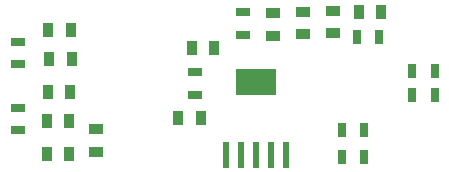
<source format=gbp>
G04*
G04 #@! TF.GenerationSoftware,Altium Limited,Altium Designer,22.7.1 (60)*
G04*
G04 Layer_Color=128*
%FSLAX25Y25*%
%MOIN*%
G70*
G04*
G04 #@! TF.SameCoordinates,143699A1-5C46-47B9-B1A9-45083201A81C*
G04*
G04*
G04 #@! TF.FilePolarity,Positive*
G04*
G01*
G75*
%ADD49R,0.02756X0.05118*%
%ADD50R,0.05118X0.03543*%
%ADD51R,0.03543X0.05118*%
%ADD52R,0.05118X0.02756*%
%ADD53R,0.13780X0.08661*%
%ADD54R,0.02362X0.08661*%
D49*
X175787Y42323D02*
D03*
Y50197D02*
D03*
X168307D02*
D03*
Y42323D02*
D03*
X157240Y61500D02*
D03*
X144882Y30512D02*
D03*
Y21654D02*
D03*
X152362Y30512D02*
D03*
Y21654D02*
D03*
X149760Y61500D02*
D03*
D50*
X62992Y30799D02*
D03*
X142000Y62760D02*
D03*
X132000Y62520D02*
D03*
X122000Y62000D02*
D03*
X62992Y23319D02*
D03*
X122000Y69480D02*
D03*
X142000Y70240D02*
D03*
X132000Y70000D02*
D03*
D51*
X54421Y63976D02*
D03*
X97728Y34449D02*
D03*
X94760Y58000D02*
D03*
X158000Y70000D02*
D03*
X150520D02*
D03*
X46941Y63976D02*
D03*
X102240Y58000D02*
D03*
X54724Y54331D02*
D03*
X54331Y43307D02*
D03*
X90248Y34449D02*
D03*
X54028Y33465D02*
D03*
X53937Y22441D02*
D03*
X47244Y54331D02*
D03*
X46850Y43307D02*
D03*
X46547Y33465D02*
D03*
X46457Y22441D02*
D03*
D52*
X96000Y42260D02*
D03*
Y49740D02*
D03*
X37008Y30512D02*
D03*
X112000Y62260D02*
D03*
X37008Y37992D02*
D03*
Y52559D02*
D03*
Y60039D02*
D03*
X112000Y69740D02*
D03*
D53*
X116142Y46654D02*
D03*
D54*
Y22244D02*
D03*
X126142D02*
D03*
X121142D02*
D03*
X111142D02*
D03*
X106142D02*
D03*
M02*

</source>
